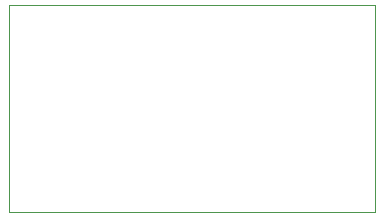
<source format=gko>
G75*
%MOIN*%
%OFA0B0*%
%FSLAX25Y25*%
%IPPOS*%
%LPD*%
%AMOC8*
5,1,8,0,0,1.08239X$1,22.5*
%
%ADD10C,0.00000*%
D10*
X0005000Y0005000D02*
X0005000Y0073898D01*
X0127047Y0073898D01*
X0127047Y0005000D01*
X0005000Y0005000D01*
M02*

</source>
